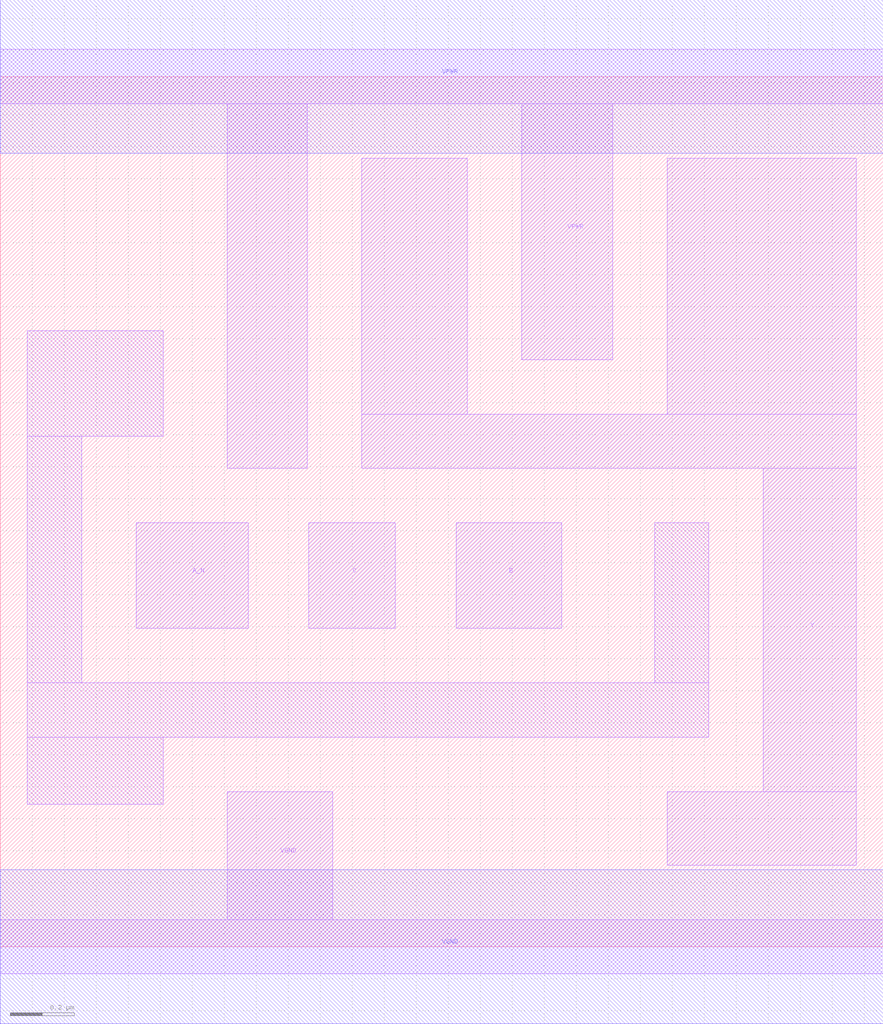
<source format=lef>
# Copyright 2020 The SkyWater PDK Authors
#
# Licensed under the Apache License, Version 2.0 (the "License");
# you may not use this file except in compliance with the License.
# You may obtain a copy of the License at
#
#     https://www.apache.org/licenses/LICENSE-2.0
#
# Unless required by applicable law or agreed to in writing, software
# distributed under the License is distributed on an "AS IS" BASIS,
# WITHOUT WARRANTIES OR CONDITIONS OF ANY KIND, either express or implied.
# See the License for the specific language governing permissions and
# limitations under the License.
#
# SPDX-License-Identifier: Apache-2.0

VERSION 5.5 ;
NAMESCASESENSITIVE ON ;
BUSBITCHARS "[]" ;
DIVIDERCHAR "/" ;
MACRO sky130_fd_sc_hd__nand3b_1
  CLASS CORE ;
  SOURCE USER ;
  ORIGIN  0.000000  0.000000 ;
  SIZE  2.760000 BY  2.720000 ;
  SYMMETRY X Y R90 ;
  SITE unithd ;
  PIN A_N
    ANTENNAGATEAREA  0.126000 ;
    DIRECTION INPUT ;
    USE SIGNAL ;
    PORT
      LAYER li1 ;
        RECT 0.425000 0.995000 0.775000 1.325000 ;
    END
  END A_N
  PIN B
    ANTENNAGATEAREA  0.247500 ;
    DIRECTION INPUT ;
    USE SIGNAL ;
    PORT
      LAYER li1 ;
        RECT 1.425000 0.995000 1.755000 1.325000 ;
    END
  END B
  PIN C
    ANTENNAGATEAREA  0.247500 ;
    DIRECTION INPUT ;
    USE SIGNAL ;
    PORT
      LAYER li1 ;
        RECT 0.965000 0.995000 1.235000 1.325000 ;
    END
  END C
  PIN Y
    ANTENNADIFFAREA  0.732000 ;
    DIRECTION OUTPUT ;
    USE SIGNAL ;
    PORT
      LAYER li1 ;
        RECT 1.130000 1.495000 2.675000 1.665000 ;
        RECT 1.130000 1.665000 1.460000 2.465000 ;
        RECT 2.085000 0.255000 2.675000 0.485000 ;
        RECT 2.085000 1.665000 2.675000 2.465000 ;
        RECT 2.385000 0.485000 2.675000 1.495000 ;
    END
  END Y
  PIN VGND
    DIRECTION INOUT ;
    SHAPE ABUTMENT ;
    USE GROUND ;
    PORT
      LAYER li1 ;
        RECT 0.000000 -0.085000 2.760000 0.085000 ;
        RECT 0.710000  0.085000 1.040000 0.485000 ;
    END
    PORT
      LAYER met1 ;
        RECT 0.000000 -0.240000 2.760000 0.240000 ;
    END
  END VGND
  PIN VPWR
    DIRECTION INOUT ;
    SHAPE ABUTMENT ;
    USE POWER ;
    PORT
      LAYER li1 ;
        RECT 0.000000 2.635000 2.760000 2.805000 ;
        RECT 0.710000 1.495000 0.960000 2.635000 ;
        RECT 1.630000 1.835000 1.915000 2.635000 ;
    END
    PORT
      LAYER met1 ;
        RECT 0.000000 2.480000 2.760000 2.960000 ;
    END
  END VPWR
  OBS
    LAYER li1 ;
      RECT 0.085000 0.445000 0.510000 0.655000 ;
      RECT 0.085000 0.655000 2.215000 0.825000 ;
      RECT 0.085000 0.825000 0.255000 1.595000 ;
      RECT 0.085000 1.595000 0.510000 1.925000 ;
      RECT 2.045000 0.825000 2.215000 1.325000 ;
  END
END sky130_fd_sc_hd__nand3b_1

</source>
